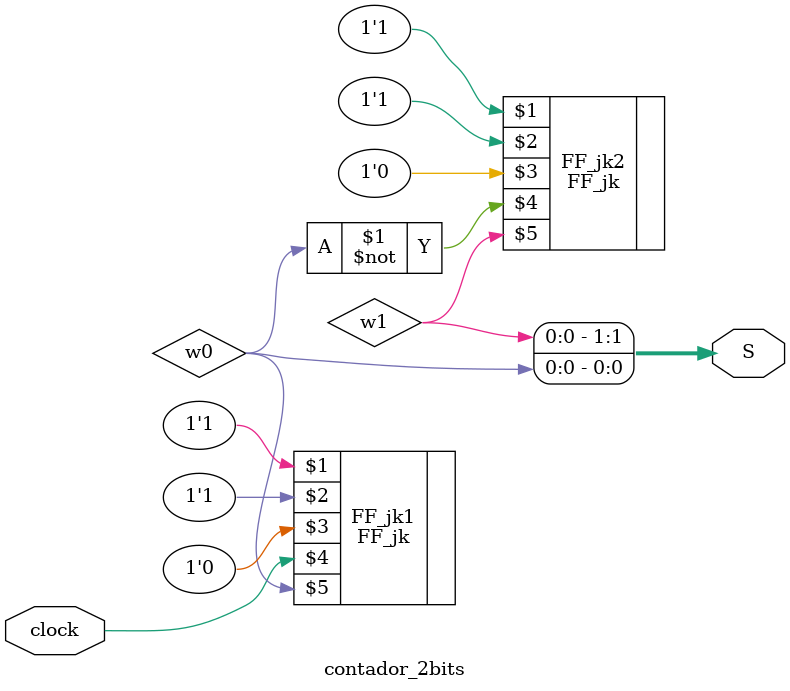
<source format=v>
/*
	Contador de 2 bits
*/

module contador_2bits(clock, S);
	input clock;
	output [1:0] S;

	wire w0, w1;

	FF_jk FF_jk1(1'b1, 1'b1, 1'b0, clock, w0);
	FF_jk FF_jk2(1'b1, 1'b1, 1'b0, ~w0, w1);

	assign S = {w1, w0};
endmodule
</source>
